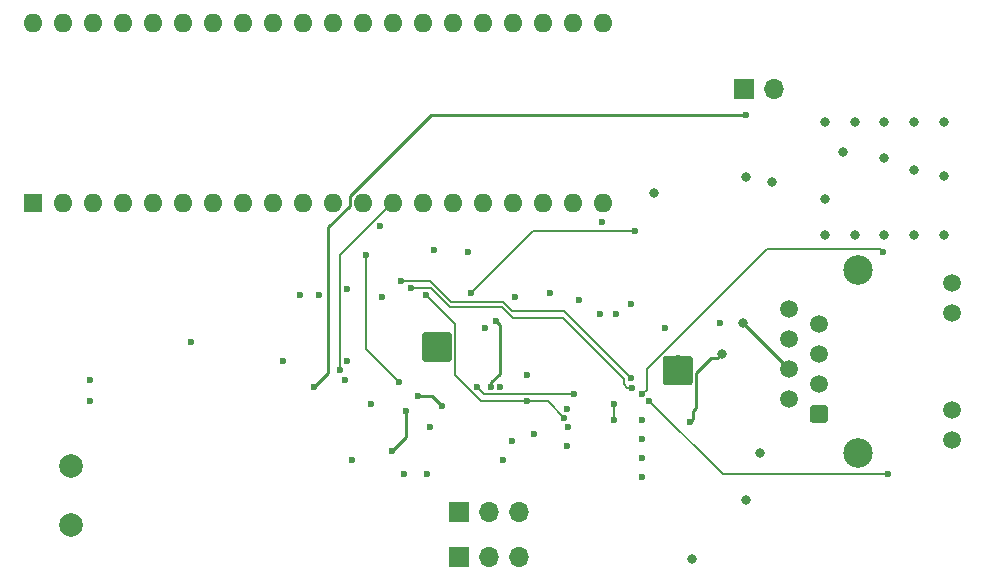
<source format=gbr>
G04 #@! TF.GenerationSoftware,KiCad,Pcbnew,(5.1.2-1)-1*
G04 #@! TF.CreationDate,2019-06-14T19:54:31-04:00*
G04 #@! TF.ProjectId,100base-t1-converter,31303062-6173-4652-9d74-312d636f6e76,rev?*
G04 #@! TF.SameCoordinates,Original*
G04 #@! TF.FileFunction,Copper,L4,Bot*
G04 #@! TF.FilePolarity,Positive*
%FSLAX46Y46*%
G04 Gerber Fmt 4.6, Leading zero omitted, Abs format (unit mm)*
G04 Created by KiCad (PCBNEW (5.1.2-1)-1) date 2019-06-14 19:54:31*
%MOMM*%
%LPD*%
G04 APERTURE LIST*
%ADD10C,1.500000*%
%ADD11C,2.500000*%
%ADD12C,0.100000*%
%ADD13C,2.000000*%
%ADD14O,1.700000X1.700000*%
%ADD15R,1.700000X1.700000*%
%ADD16C,0.500000*%
%ADD17R,1.600000X1.600000*%
%ADD18O,1.600000X1.600000*%
%ADD19C,0.600000*%
%ADD20C,0.800000*%
%ADD21C,0.250000*%
%ADD22C,0.152400*%
G04 APERTURE END LIST*
D10*
X246210000Y-98155000D03*
X246210000Y-95615000D03*
X246210000Y-106325000D03*
X246210000Y-108865000D03*
D11*
X238260000Y-94495000D03*
D10*
X232410000Y-97800000D03*
D11*
X238260000Y-109985000D03*
D10*
X234950000Y-99060000D03*
X232410000Y-100340000D03*
X234950000Y-101600000D03*
X232410000Y-102880000D03*
X234950000Y-104140000D03*
X232410000Y-105420000D03*
D12*
G36*
X235474053Y-105931206D02*
G01*
X235498370Y-105934813D01*
X235522216Y-105940786D01*
X235545362Y-105949068D01*
X235567585Y-105959579D01*
X235588670Y-105972217D01*
X235608416Y-105986861D01*
X235626630Y-106003370D01*
X235643139Y-106021584D01*
X235657783Y-106041330D01*
X235670421Y-106062415D01*
X235680932Y-106084638D01*
X235689214Y-106107784D01*
X235695187Y-106131630D01*
X235698794Y-106155947D01*
X235700000Y-106180500D01*
X235700000Y-107179500D01*
X235698794Y-107204053D01*
X235695187Y-107228370D01*
X235689214Y-107252216D01*
X235680932Y-107275362D01*
X235670421Y-107297585D01*
X235657783Y-107318670D01*
X235643139Y-107338416D01*
X235626630Y-107356630D01*
X235608416Y-107373139D01*
X235588670Y-107387783D01*
X235567585Y-107400421D01*
X235545362Y-107410932D01*
X235522216Y-107419214D01*
X235498370Y-107425187D01*
X235474053Y-107428794D01*
X235449500Y-107430000D01*
X234450500Y-107430000D01*
X234425947Y-107428794D01*
X234401630Y-107425187D01*
X234377784Y-107419214D01*
X234354638Y-107410932D01*
X234332415Y-107400421D01*
X234311330Y-107387783D01*
X234291584Y-107373139D01*
X234273370Y-107356630D01*
X234256861Y-107338416D01*
X234242217Y-107318670D01*
X234229579Y-107297585D01*
X234219068Y-107275362D01*
X234210786Y-107252216D01*
X234204813Y-107228370D01*
X234201206Y-107204053D01*
X234200000Y-107179500D01*
X234200000Y-106180500D01*
X234201206Y-106155947D01*
X234204813Y-106131630D01*
X234210786Y-106107784D01*
X234219068Y-106084638D01*
X234229579Y-106062415D01*
X234242217Y-106041330D01*
X234256861Y-106021584D01*
X234273370Y-106003370D01*
X234291584Y-105986861D01*
X234311330Y-105972217D01*
X234332415Y-105959579D01*
X234354638Y-105949068D01*
X234377784Y-105940786D01*
X234401630Y-105934813D01*
X234425947Y-105931206D01*
X234450500Y-105930000D01*
X235449500Y-105930000D01*
X235474053Y-105931206D01*
X235474053Y-105931206D01*
G37*
D10*
X234950000Y-106680000D03*
D13*
X171600000Y-111100000D03*
X171600000Y-116100000D03*
D14*
X209540000Y-118800000D03*
X207000000Y-118800000D03*
D15*
X204460000Y-118800000D03*
X204460000Y-115000000D03*
D14*
X207000000Y-115000000D03*
X209540000Y-115000000D03*
D15*
X228600000Y-79200000D03*
D14*
X231140000Y-79200000D03*
D16*
X201600000Y-100000000D03*
X202600000Y-100000000D03*
X203600000Y-100000000D03*
X201600000Y-101000000D03*
X202600000Y-101000000D03*
X203600000Y-101000000D03*
X201600000Y-102000000D03*
X202600000Y-102000000D03*
X203600000Y-102000000D03*
D12*
G36*
X203624504Y-99751204D02*
G01*
X203648773Y-99754804D01*
X203672571Y-99760765D01*
X203695671Y-99769030D01*
X203717849Y-99779520D01*
X203738893Y-99792133D01*
X203758598Y-99806747D01*
X203776777Y-99823223D01*
X203793253Y-99841402D01*
X203807867Y-99861107D01*
X203820480Y-99882151D01*
X203830970Y-99904329D01*
X203839235Y-99927429D01*
X203845196Y-99951227D01*
X203848796Y-99975496D01*
X203850000Y-100000000D01*
X203850000Y-102000000D01*
X203848796Y-102024504D01*
X203845196Y-102048773D01*
X203839235Y-102072571D01*
X203830970Y-102095671D01*
X203820480Y-102117849D01*
X203807867Y-102138893D01*
X203793253Y-102158598D01*
X203776777Y-102176777D01*
X203758598Y-102193253D01*
X203738893Y-102207867D01*
X203717849Y-102220480D01*
X203695671Y-102230970D01*
X203672571Y-102239235D01*
X203648773Y-102245196D01*
X203624504Y-102248796D01*
X203600000Y-102250000D01*
X201600000Y-102250000D01*
X201575496Y-102248796D01*
X201551227Y-102245196D01*
X201527429Y-102239235D01*
X201504329Y-102230970D01*
X201482151Y-102220480D01*
X201461107Y-102207867D01*
X201441402Y-102193253D01*
X201423223Y-102176777D01*
X201406747Y-102158598D01*
X201392133Y-102138893D01*
X201379520Y-102117849D01*
X201369030Y-102095671D01*
X201360765Y-102072571D01*
X201354804Y-102048773D01*
X201351204Y-102024504D01*
X201350000Y-102000000D01*
X201350000Y-100000000D01*
X201351204Y-99975496D01*
X201354804Y-99951227D01*
X201360765Y-99927429D01*
X201369030Y-99904329D01*
X201379520Y-99882151D01*
X201392133Y-99861107D01*
X201406747Y-99841402D01*
X201423223Y-99823223D01*
X201441402Y-99806747D01*
X201461107Y-99792133D01*
X201482151Y-99779520D01*
X201504329Y-99769030D01*
X201527429Y-99760765D01*
X201551227Y-99754804D01*
X201575496Y-99751204D01*
X201600000Y-99750000D01*
X203600000Y-99750000D01*
X203624504Y-99751204D01*
X203624504Y-99751204D01*
G37*
D11*
X202600000Y-101000000D03*
D17*
X168400000Y-88800000D03*
D18*
X216660000Y-73560000D03*
X170940000Y-88800000D03*
X214120000Y-73560000D03*
X173480000Y-88800000D03*
X211580000Y-73560000D03*
X176020000Y-88800000D03*
X209040000Y-73560000D03*
X178560000Y-88800000D03*
X206500000Y-73560000D03*
X181100000Y-88800000D03*
X203960000Y-73560000D03*
X183640000Y-88800000D03*
X201420000Y-73560000D03*
X186180000Y-88800000D03*
X198880000Y-73560000D03*
X188720000Y-88800000D03*
X196340000Y-73560000D03*
X191260000Y-88800000D03*
X193800000Y-73560000D03*
X193800000Y-88800000D03*
X191260000Y-73560000D03*
X196340000Y-88800000D03*
X188720000Y-73560000D03*
X198880000Y-88800000D03*
X186180000Y-73560000D03*
X201420000Y-88800000D03*
X183640000Y-73560000D03*
X203960000Y-88800000D03*
X181100000Y-73560000D03*
X206500000Y-88800000D03*
X178560000Y-73560000D03*
X209040000Y-88800000D03*
X176020000Y-73560000D03*
X211580000Y-88800000D03*
X173480000Y-73560000D03*
X214120000Y-88800000D03*
X170940000Y-73560000D03*
X216660000Y-88800000D03*
X168400000Y-73560000D03*
D16*
X224000000Y-104000000D03*
X223000000Y-104000000D03*
X222000000Y-104000000D03*
X224000000Y-103000000D03*
X223000000Y-103000000D03*
X222000000Y-103000000D03*
X224000000Y-102000000D03*
X223000000Y-102000000D03*
X222000000Y-102000000D03*
D12*
G36*
X224024504Y-101751204D02*
G01*
X224048773Y-101754804D01*
X224072571Y-101760765D01*
X224095671Y-101769030D01*
X224117849Y-101779520D01*
X224138893Y-101792133D01*
X224158598Y-101806747D01*
X224176777Y-101823223D01*
X224193253Y-101841402D01*
X224207867Y-101861107D01*
X224220480Y-101882151D01*
X224230970Y-101904329D01*
X224239235Y-101927429D01*
X224245196Y-101951227D01*
X224248796Y-101975496D01*
X224250000Y-102000000D01*
X224250000Y-104000000D01*
X224248796Y-104024504D01*
X224245196Y-104048773D01*
X224239235Y-104072571D01*
X224230970Y-104095671D01*
X224220480Y-104117849D01*
X224207867Y-104138893D01*
X224193253Y-104158598D01*
X224176777Y-104176777D01*
X224158598Y-104193253D01*
X224138893Y-104207867D01*
X224117849Y-104220480D01*
X224095671Y-104230970D01*
X224072571Y-104239235D01*
X224048773Y-104245196D01*
X224024504Y-104248796D01*
X224000000Y-104250000D01*
X222000000Y-104250000D01*
X221975496Y-104248796D01*
X221951227Y-104245196D01*
X221927429Y-104239235D01*
X221904329Y-104230970D01*
X221882151Y-104220480D01*
X221861107Y-104207867D01*
X221841402Y-104193253D01*
X221823223Y-104176777D01*
X221806747Y-104158598D01*
X221792133Y-104138893D01*
X221779520Y-104117849D01*
X221769030Y-104095671D01*
X221760765Y-104072571D01*
X221754804Y-104048773D01*
X221751204Y-104024504D01*
X221750000Y-104000000D01*
X221750000Y-102000000D01*
X221751204Y-101975496D01*
X221754804Y-101951227D01*
X221760765Y-101927429D01*
X221769030Y-101904329D01*
X221779520Y-101882151D01*
X221792133Y-101861107D01*
X221806747Y-101841402D01*
X221823223Y-101823223D01*
X221841402Y-101806747D01*
X221861107Y-101792133D01*
X221882151Y-101779520D01*
X221904329Y-101769030D01*
X221927429Y-101760765D01*
X221951227Y-101754804D01*
X221975496Y-101751204D01*
X222000000Y-101750000D01*
X224000000Y-101750000D01*
X224024504Y-101751204D01*
X224024504Y-101751204D01*
G37*
D11*
X223000000Y-103000000D03*
D19*
X192200000Y-104400000D03*
X228800000Y-81400000D03*
D20*
X235500000Y-88500000D03*
X245500000Y-82000000D03*
X243000000Y-82000000D03*
X240500000Y-82000000D03*
X238000000Y-82000000D03*
X235500000Y-82000000D03*
X235500000Y-91500000D03*
X238000000Y-91500000D03*
X240500000Y-91500000D03*
X245500000Y-91500000D03*
X243000000Y-91500000D03*
X245500000Y-86500000D03*
X243000000Y-86000000D03*
X240500000Y-85000000D03*
X237000000Y-84500000D03*
X230000000Y-110000000D03*
X228750000Y-114000000D03*
X221000000Y-88000000D03*
D19*
X220000000Y-107200000D03*
X220000000Y-108800000D03*
X220000000Y-110400000D03*
X210200000Y-103400000D03*
X207980845Y-104423790D03*
X219000000Y-97400000D03*
X206670572Y-99423790D03*
X217800000Y-98200000D03*
X214600000Y-97000000D03*
X209200000Y-96800000D03*
X216600000Y-90400000D03*
X197000000Y-105800000D03*
X202000000Y-107800000D03*
X201800000Y-111800000D03*
X213681259Y-107748941D03*
X194800000Y-103800000D03*
X195400000Y-110600000D03*
X195000000Y-102200000D03*
X181800000Y-100600000D03*
X191000000Y-96600000D03*
X198000000Y-96800000D03*
X173200000Y-105600000D03*
X173200000Y-103800000D03*
X210800000Y-108400000D03*
X226600000Y-99000000D03*
D20*
X224200000Y-119000000D03*
X231000000Y-87000000D03*
D19*
X221953957Y-99417513D03*
D20*
X228800000Y-86600000D03*
D19*
X220000000Y-112000000D03*
X213600000Y-109400000D03*
X209000000Y-109000000D03*
X216400000Y-98200000D03*
X212200000Y-96400000D03*
X202400000Y-92800000D03*
X199800000Y-111800000D03*
X213588956Y-106222623D03*
X189600000Y-102200000D03*
X192600000Y-96600000D03*
X205200000Y-93000000D03*
X197800000Y-90800000D03*
X194976210Y-96092558D03*
X208200000Y-110600000D03*
X207180832Y-104423790D03*
X207618977Y-98818977D03*
X203000000Y-106000000D03*
X201000000Y-105200000D03*
X200000000Y-106400000D03*
X198800000Y-109800000D03*
D20*
X226750000Y-101575000D03*
D19*
X224000000Y-107400000D03*
D20*
X228515000Y-98985000D03*
D19*
X217600000Y-107200000D03*
X217600000Y-105800000D03*
X240400000Y-93000000D03*
X220012741Y-105006727D03*
X219000000Y-103600000D03*
X199600000Y-95400000D03*
X200400000Y-96000000D03*
X219154045Y-104464534D03*
X206000000Y-104400000D03*
X214200000Y-105000000D03*
X199400000Y-104000000D03*
X196600000Y-93200000D03*
X240800000Y-111800000D03*
X220600000Y-105550000D03*
X210200000Y-105600000D03*
X201676210Y-96592558D03*
X213400000Y-107000000D03*
X219400000Y-91200000D03*
X205469942Y-96469942D03*
X194400000Y-103000000D03*
D21*
X192200000Y-104400000D02*
X193400000Y-103200000D01*
X195214999Y-88259999D02*
X202074998Y-81400000D01*
X195214999Y-89050003D02*
X195214999Y-88259999D01*
X193400000Y-90865002D02*
X195214999Y-89050003D01*
X193400000Y-103200000D02*
X193400000Y-90865002D01*
X202074998Y-81400000D02*
X228800000Y-81400000D01*
X207180832Y-104423790D02*
X207180832Y-103999526D01*
X207180832Y-103999526D02*
X207918976Y-103261382D01*
X207918976Y-103261382D02*
X207918976Y-99118976D01*
X207918976Y-99118976D02*
X207618977Y-98818977D01*
X203000000Y-106000000D02*
X202200000Y-105200000D01*
X202200000Y-105200000D02*
X201000000Y-105200000D01*
X200000000Y-108600000D02*
X198800000Y-109800000D01*
X200000000Y-106400000D02*
X200000000Y-108600000D01*
X226750000Y-101575000D02*
X226350001Y-101974999D01*
X224575010Y-103174990D02*
X224575010Y-106174990D01*
X226350001Y-101974999D02*
X225775001Y-101974999D01*
X225775001Y-101974999D02*
X224575010Y-103174990D01*
X224299999Y-106450001D02*
X224575010Y-106174990D01*
X224299999Y-107100001D02*
X224299999Y-106450001D01*
X224000000Y-107400000D02*
X224299999Y-107100001D01*
X228500000Y-98970000D02*
X228515000Y-98985000D01*
X232410000Y-102880000D02*
X228515000Y-98985000D01*
D22*
X217600000Y-107200000D02*
X217600000Y-105800000D01*
X220376201Y-104643267D02*
X220012741Y-105006727D01*
X220376201Y-102879623D02*
X220376201Y-104643267D01*
X240100001Y-92700001D02*
X230555823Y-92700001D01*
X230555823Y-92700001D02*
X220376201Y-102879623D01*
X240400000Y-93000000D02*
X240100001Y-92700001D01*
X219000000Y-103600000D02*
X213400000Y-98000000D01*
X213400000Y-98000000D02*
X209000000Y-98000000D01*
X209000000Y-98000000D02*
X208200000Y-97200000D01*
X208200000Y-97200000D02*
X203800000Y-97200000D01*
X202000000Y-95400000D02*
X199600000Y-95400000D01*
X203800000Y-97200000D02*
X202000000Y-95400000D01*
X200400000Y-96000000D02*
X202101616Y-96000000D01*
X202101616Y-96000000D02*
X203701616Y-97600000D01*
X203701616Y-97600000D02*
X208101616Y-97600000D01*
X208101616Y-97600000D02*
X209054027Y-98552411D01*
X218423799Y-103734288D02*
X218423799Y-104158552D01*
X218423799Y-104158552D02*
X218729781Y-104464534D01*
X213241922Y-98552411D02*
X218423799Y-103734288D01*
X209054027Y-98552411D02*
X213241922Y-98552411D01*
X218729781Y-104464534D02*
X219154045Y-104464534D01*
X206000000Y-104400000D02*
X206600000Y-105000000D01*
X206600000Y-105000000D02*
X214200000Y-105000000D01*
X199400000Y-104000000D02*
X196600000Y-101200000D01*
X196600000Y-101200000D02*
X196600000Y-93200000D01*
X226850000Y-111800000D02*
X220600000Y-105550000D01*
X240800000Y-111800000D02*
X226850000Y-111800000D01*
X204126210Y-103378988D02*
X204126210Y-99042558D01*
X206347222Y-105600000D02*
X204126210Y-103378988D01*
X210200000Y-105600000D02*
X206347222Y-105600000D01*
X204126210Y-99042558D02*
X201676210Y-96592558D01*
X212000000Y-105600000D02*
X210200000Y-105600000D01*
X213400000Y-107000000D02*
X212000000Y-105600000D01*
X210739884Y-91200000D02*
X205769941Y-96169943D01*
X205769941Y-96169943D02*
X205469942Y-96469942D01*
X219400000Y-91200000D02*
X210739884Y-91200000D01*
X194400000Y-103000000D02*
X194400000Y-93200000D01*
X194400000Y-93200000D02*
X198800000Y-88800000D01*
M02*

</source>
